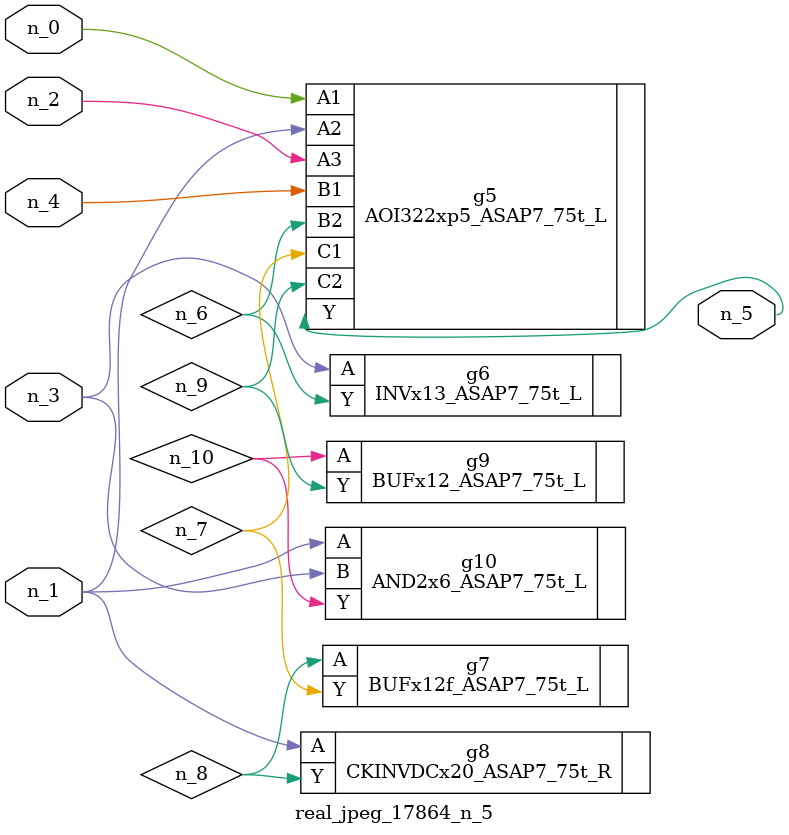
<source format=v>
module real_jpeg_17864_n_5 (n_4, n_0, n_1, n_2, n_3, n_5);

input n_4;
input n_0;
input n_1;
input n_2;
input n_3;

output n_5;

wire n_8;
wire n_6;
wire n_7;
wire n_10;
wire n_9;

AOI322xp5_ASAP7_75t_L g5 ( 
.A1(n_0),
.A2(n_1),
.A3(n_2),
.B1(n_4),
.B2(n_6),
.C1(n_7),
.C2(n_9),
.Y(n_5)
);

CKINVDCx20_ASAP7_75t_R g8 ( 
.A(n_1),
.Y(n_8)
);

AND2x6_ASAP7_75t_L g10 ( 
.A(n_1),
.B(n_3),
.Y(n_10)
);

INVx13_ASAP7_75t_L g6 ( 
.A(n_3),
.Y(n_6)
);

BUFx12f_ASAP7_75t_L g7 ( 
.A(n_8),
.Y(n_7)
);

BUFx12_ASAP7_75t_L g9 ( 
.A(n_10),
.Y(n_9)
);


endmodule
</source>
